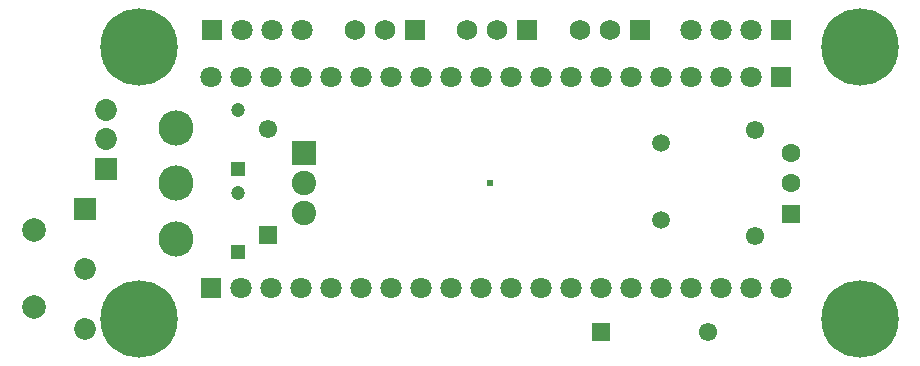
<source format=gbs>
G04*
G04 #@! TF.GenerationSoftware,Altium Limited,Altium Designer,21.9.1 (22)*
G04*
G04 Layer_Color=16711935*
%FSLAX25Y25*%
%MOIN*%
G70*
G04*
G04 #@! TF.SameCoordinates,84066233-43AA-439E-81B8-E0E343A60AEF*
G04*
G04*
G04 #@! TF.FilePolarity,Negative*
G04*
G01*
G75*
%ADD16C,0.07296*%
%ADD17R,0.07296X0.07296*%
%ADD19C,0.25800*%
%ADD20R,0.07284X0.07284*%
%ADD21C,0.07284*%
%ADD22C,0.07874*%
%ADD23C,0.07099*%
%ADD24R,0.07099X0.07099*%
%ADD25R,0.06902X0.06902*%
%ADD26C,0.06902*%
%ADD27C,0.06115*%
%ADD28R,0.06115X0.06115*%
%ADD29R,0.04724X0.04724*%
%ADD30C,0.04724*%
%ADD31R,0.06115X0.06115*%
%ADD32C,0.05950*%
%ADD33C,0.06312*%
%ADD34R,0.06312X0.06312*%
%ADD35R,0.08123X0.08123*%
%ADD36C,0.08123*%
%ADD37C,0.11725*%
%ADD59R,0.02000X0.02000*%
D16*
X72000Y81157D02*
D03*
Y91000D02*
D03*
D17*
Y71315D02*
D03*
D19*
X323500Y21400D02*
D03*
X83300D02*
D03*
Y111900D02*
D03*
X323500D02*
D03*
D20*
X65000Y58000D02*
D03*
D21*
Y38000D02*
D03*
Y18000D02*
D03*
D22*
X48071Y50795D02*
D03*
Y25205D02*
D03*
D23*
X117500Y117500D02*
D03*
X127500D02*
D03*
X137500D02*
D03*
X287000D02*
D03*
X277000D02*
D03*
X267000D02*
D03*
X297000Y31600D02*
D03*
X287000D02*
D03*
X277000D02*
D03*
X267000D02*
D03*
X257000D02*
D03*
X237000D02*
D03*
X227000D02*
D03*
X187000D02*
D03*
X157000D02*
D03*
X137000D02*
D03*
X117000D02*
D03*
X127000D02*
D03*
X147000D02*
D03*
X167000D02*
D03*
X177000D02*
D03*
X197000D02*
D03*
X207000D02*
D03*
X217000D02*
D03*
X247000D02*
D03*
X107000Y101800D02*
D03*
X117000D02*
D03*
X127000D02*
D03*
X137000D02*
D03*
X147000D02*
D03*
X167000D02*
D03*
X177000D02*
D03*
X217000D02*
D03*
X247000D02*
D03*
X267000D02*
D03*
X287000D02*
D03*
X277000D02*
D03*
X257000D02*
D03*
X237000D02*
D03*
X227000D02*
D03*
X207000D02*
D03*
X197000D02*
D03*
X187000D02*
D03*
X157000D02*
D03*
D24*
X107500Y117500D02*
D03*
X297000D02*
D03*
X107000Y31600D02*
D03*
X297000Y101800D02*
D03*
D25*
X250000Y117500D02*
D03*
X212500D02*
D03*
X175000D02*
D03*
D26*
X240000D02*
D03*
X230000D02*
D03*
X202500D02*
D03*
X192500D02*
D03*
X165000D02*
D03*
X155000D02*
D03*
D27*
X288500Y48783D02*
D03*
Y84216D02*
D03*
X272716Y17000D02*
D03*
X126000Y84716D02*
D03*
D28*
X237283Y17000D02*
D03*
D29*
X116000Y71157D02*
D03*
Y43657D02*
D03*
D30*
Y90842D02*
D03*
Y63342D02*
D03*
D31*
X126000Y49283D02*
D03*
D32*
X257000Y54205D02*
D03*
Y79795D02*
D03*
D33*
X300504Y66500D02*
D03*
Y76736D02*
D03*
D34*
Y56264D02*
D03*
D35*
X138000Y76500D02*
D03*
D36*
Y66500D02*
D03*
Y56500D02*
D03*
D37*
X95500Y85008D02*
D03*
Y66504D02*
D03*
Y48000D02*
D03*
D59*
X200000Y66700D02*
D03*
M02*

</source>
